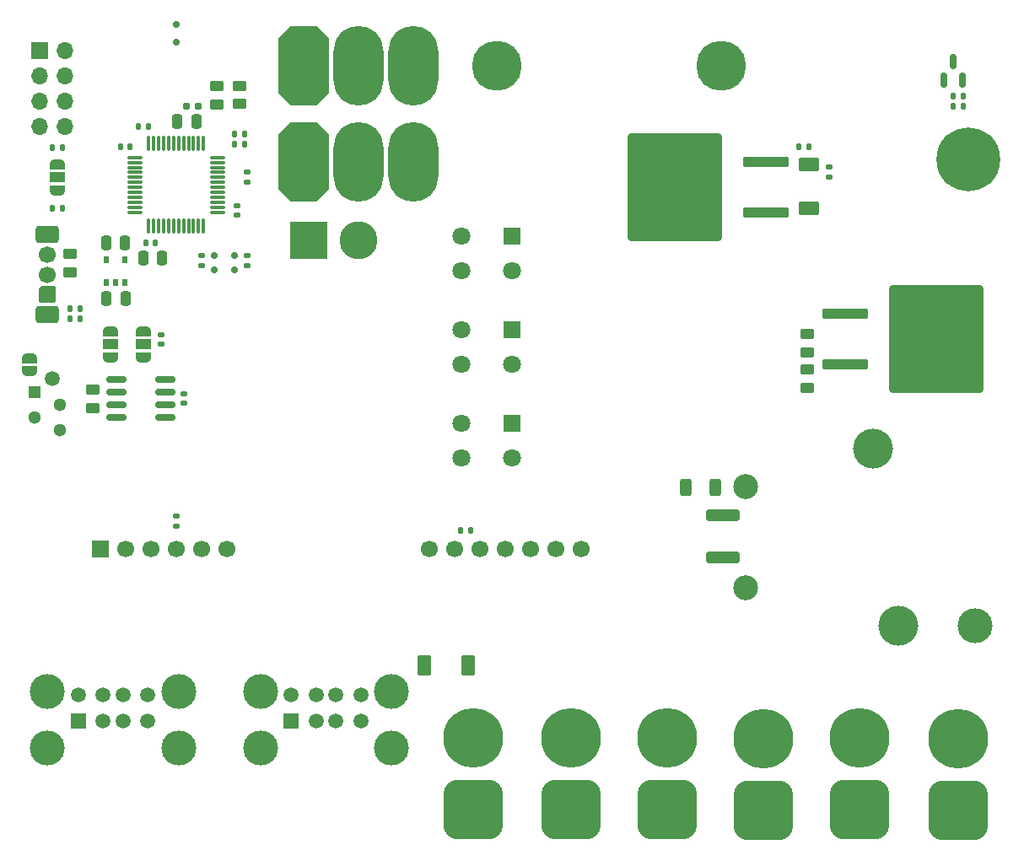
<source format=gbs>
G04 #@! TF.GenerationSoftware,KiCad,Pcbnew,8.0.3*
G04 #@! TF.CreationDate,2024-08-23T22:21:50+02:00*
G04 #@! TF.ProjectId,temp_power_management,74656d70-5f70-46f7-9765-725f6d616e61,rev?*
G04 #@! TF.SameCoordinates,Original*
G04 #@! TF.FileFunction,Soldermask,Bot*
G04 #@! TF.FilePolarity,Negative*
%FSLAX46Y46*%
G04 Gerber Fmt 4.6, Leading zero omitted, Abs format (unit mm)*
G04 Created by KiCad (PCBNEW 8.0.3) date 2024-08-23 22:21:50*
%MOMM*%
%LPD*%
G01*
G04 APERTURE LIST*
G04 Aperture macros list*
%AMRoundRect*
0 Rectangle with rounded corners*
0 $1 Rounding radius*
0 $2 $3 $4 $5 $6 $7 $8 $9 X,Y pos of 4 corners*
0 Add a 4 corners polygon primitive as box body*
4,1,4,$2,$3,$4,$5,$6,$7,$8,$9,$2,$3,0*
0 Add four circle primitives for the rounded corners*
1,1,$1+$1,$2,$3*
1,1,$1+$1,$4,$5*
1,1,$1+$1,$6,$7*
1,1,$1+$1,$8,$9*
0 Add four rect primitives between the rounded corners*
20,1,$1+$1,$2,$3,$4,$5,0*
20,1,$1+$1,$4,$5,$6,$7,0*
20,1,$1+$1,$6,$7,$8,$9,0*
20,1,$1+$1,$8,$9,$2,$3,0*%
%AMOutline5P*
0 Free polygon, 5 corners , with rotation*
0 The origin of the aperture is its center*
0 number of corners: always 5*
0 $1 to $10 corner X, Y*
0 $11 Rotation angle, in degrees counterclockwise*
0 create outline with 5 corners*
4,1,5,$1,$2,$3,$4,$5,$6,$7,$8,$9,$10,$1,$2,$11*%
%AMOutline6P*
0 Free polygon, 6 corners , with rotation*
0 The origin of the aperture is its center*
0 number of corners: always 6*
0 $1 to $12 corner X, Y*
0 $13 Rotation angle, in degrees counterclockwise*
0 create outline with 6 corners*
4,1,6,$1,$2,$3,$4,$5,$6,$7,$8,$9,$10,$11,$12,$1,$2,$13*%
%AMOutline7P*
0 Free polygon, 7 corners , with rotation*
0 The origin of the aperture is its center*
0 number of corners: always 7*
0 $1 to $14 corner X, Y*
0 $15 Rotation angle, in degrees counterclockwise*
0 create outline with 7 corners*
4,1,7,$1,$2,$3,$4,$5,$6,$7,$8,$9,$10,$11,$12,$13,$14,$1,$2,$15*%
%AMOutline8P*
0 Free polygon, 8 corners , with rotation*
0 The origin of the aperture is its center*
0 number of corners: always 8*
0 $1 to $16 corner X, Y*
0 $17 Rotation angle, in degrees counterclockwise*
0 create outline with 8 corners*
4,1,8,$1,$2,$3,$4,$5,$6,$7,$8,$9,$10,$11,$12,$13,$14,$15,$16,$1,$2,$17*%
%AMFreePoly0*
4,1,19,0.550000,-0.750000,0.000000,-0.750000,0.000000,-0.744911,-0.071157,-0.744911,-0.207708,-0.704816,-0.327430,-0.627875,-0.420627,-0.520320,-0.479746,-0.390866,-0.500000,-0.250000,-0.500000,0.250000,-0.479746,0.390866,-0.420627,0.520320,-0.327430,0.627875,-0.207708,0.704816,-0.071157,0.744911,0.000000,0.744911,0.000000,0.750000,0.550000,0.750000,0.550000,-0.750000,0.550000,-0.750000,
$1*%
%AMFreePoly1*
4,1,19,0.000000,0.744911,0.071157,0.744911,0.207708,0.704816,0.327430,0.627875,0.420627,0.520320,0.479746,0.390866,0.500000,0.250000,0.500000,-0.250000,0.479746,-0.390866,0.420627,-0.520320,0.327430,-0.627875,0.207708,-0.704816,0.071157,-0.744911,0.000000,-0.744911,0.000000,-0.750000,-0.550000,-0.750000,-0.550000,0.750000,0.000000,0.750000,0.000000,0.744911,0.000000,0.744911,
$1*%
%AMFreePoly2*
4,1,19,0.500000,-0.750000,0.000000,-0.750000,0.000000,-0.744911,-0.071157,-0.744911,-0.207708,-0.704816,-0.327430,-0.627875,-0.420627,-0.520320,-0.479746,-0.390866,-0.500000,-0.250000,-0.500000,0.250000,-0.479746,0.390866,-0.420627,0.520320,-0.327430,0.627875,-0.207708,0.704816,-0.071157,0.744911,0.000000,0.744911,0.000000,0.750000,0.500000,0.750000,0.500000,-0.750000,0.500000,-0.750000,
$1*%
%AMFreePoly3*
4,1,19,0.000000,0.744911,0.071157,0.744911,0.207708,0.704816,0.327430,0.627875,0.420627,0.520320,0.479746,0.390866,0.500000,0.250000,0.500000,-0.250000,0.479746,-0.390866,0.420627,-0.520320,0.327430,-0.627875,0.207708,-0.704816,0.071157,-0.744911,0.000000,-0.744911,0.000000,-0.750000,-0.500000,-0.750000,-0.500000,0.750000,0.000000,0.750000,0.000000,0.744911,0.000000,0.744911,
$1*%
%AMFreePoly4*
4,1,18,-0.850000,0.510000,-0.510000,0.850000,0.600000,0.850000,0.695671,0.830970,0.776777,0.776777,0.830970,0.695671,0.850000,0.600000,0.850000,-0.600000,0.830970,-0.695671,0.776777,-0.776777,0.695671,-0.830970,0.600000,-0.850000,-0.600000,-0.850000,-0.695671,-0.830970,-0.776777,-0.776777,-0.830970,-0.695671,-0.850000,-0.600000,-0.850000,0.510000,-0.850000,0.510000,$1*%
G04 Aperture macros list end*
%ADD10RoundRect,0.160000X-0.197500X-0.160000X0.197500X-0.160000X0.197500X0.160000X-0.197500X0.160000X0*%
%ADD11RoundRect,0.135000X-0.185000X0.135000X-0.185000X-0.135000X0.185000X-0.135000X0.185000X0.135000X0*%
%ADD12RoundRect,0.135000X-0.135000X-0.185000X0.135000X-0.185000X0.135000X0.185000X-0.135000X0.185000X0*%
%ADD13RoundRect,0.135000X0.135000X0.185000X-0.135000X0.185000X-0.135000X-0.185000X0.135000X-0.185000X0*%
%ADD14C,0.800000*%
%ADD15C,6.400000*%
%ADD16RoundRect,0.250000X0.450000X-0.262500X0.450000X0.262500X-0.450000X0.262500X-0.450000X-0.262500X0*%
%ADD17R,1.800000X1.800000*%
%ADD18C,1.800000*%
%ADD19C,2.500000*%
%ADD20C,4.000000*%
%ADD21C,3.500000*%
%ADD22R,3.800000X3.800000*%
%ADD23C,3.800000*%
%ADD24RoundRect,0.150000X0.150000X-0.587500X0.150000X0.587500X-0.150000X0.587500X-0.150000X-0.587500X0*%
%ADD25FreePoly0,270.000000*%
%ADD26R,1.500000X1.000000*%
%ADD27FreePoly1,270.000000*%
%ADD28C,5.000000*%
%ADD29RoundRect,0.150000X0.200000X-0.150000X0.200000X0.150000X-0.200000X0.150000X-0.200000X-0.150000X0*%
%ADD30RoundRect,0.250000X0.250000X0.475000X-0.250000X0.475000X-0.250000X-0.475000X0.250000X-0.475000X0*%
%ADD31RoundRect,1.500000X1.500000X-1.500000X1.500000X1.500000X-1.500000X1.500000X-1.500000X-1.500000X0*%
%ADD32C,6.000000*%
%ADD33RoundRect,0.250000X-0.450000X0.262500X-0.450000X-0.262500X0.450000X-0.262500X0.450000X0.262500X0*%
%ADD34RoundRect,0.250000X-2.050000X-0.300000X2.050000X-0.300000X2.050000X0.300000X-2.050000X0.300000X0*%
%ADD35RoundRect,0.250002X-4.449998X-5.149998X4.449998X-5.149998X4.449998X5.149998X-4.449998X5.149998X0*%
%ADD36R,1.500000X1.500000*%
%ADD37C,1.500000*%
%ADD38RoundRect,0.135000X0.185000X-0.135000X0.185000X0.135000X-0.185000X0.135000X-0.185000X-0.135000X0*%
%ADD39RoundRect,0.140000X-0.140000X-0.170000X0.140000X-0.170000X0.140000X0.170000X-0.140000X0.170000X0*%
%ADD40RoundRect,0.250000X1.450000X-0.312500X1.450000X0.312500X-1.450000X0.312500X-1.450000X-0.312500X0*%
%ADD41R,1.700000X1.700000*%
%ADD42O,1.700000X1.700000*%
%ADD43RoundRect,0.140000X0.170000X-0.140000X0.170000X0.140000X-0.170000X0.140000X-0.170000X-0.140000X0*%
%ADD44RoundRect,0.140000X-0.170000X0.140000X-0.170000X-0.140000X0.170000X-0.140000X0.170000X0.140000X0*%
%ADD45FreePoly2,90.000000*%
%ADD46FreePoly3,90.000000*%
%ADD47RoundRect,2.500000X-0.000010X-1.500000X0.000010X-1.500000X0.000010X1.500000X-0.000010X1.500000X0*%
%ADD48RoundRect,2.500000X0.000010X-1.500000X0.000010X1.500000X-0.000010X1.500000X-0.000010X-1.500000X0*%
%ADD49Outline8P,-2.500000X2.750000X-1.250000X4.000000X1.250000X4.000000X2.500000X2.750000X2.500000X-2.750000X1.250000X-4.000000X-1.250000X-4.000000X-2.500000X-2.750000X0.000000*%
%ADD50RoundRect,0.140000X0.140000X0.170000X-0.140000X0.170000X-0.140000X-0.170000X0.140000X-0.170000X0*%
%ADD51R,0.510000X0.700000*%
%ADD52C,0.700000*%
%ADD53RoundRect,0.250000X-0.250000X-0.475000X0.250000X-0.475000X0.250000X0.475000X-0.250000X0.475000X0*%
%ADD54RoundRect,0.250000X0.800000X-0.450000X0.800000X0.450000X-0.800000X0.450000X-0.800000X-0.450000X0*%
%ADD55RoundRect,0.150000X0.825000X0.150000X-0.825000X0.150000X-0.825000X-0.150000X0.825000X-0.150000X0*%
%ADD56RoundRect,0.250000X0.450000X0.800000X-0.450000X0.800000X-0.450000X-0.800000X0.450000X-0.800000X0*%
%ADD57R,1.300000X1.300000*%
%ADD58C,1.300000*%
%ADD59FreePoly0,90.000000*%
%ADD60FreePoly1,90.000000*%
%ADD61RoundRect,0.250000X2.050000X0.300000X-2.050000X0.300000X-2.050000X-0.300000X2.050000X-0.300000X0*%
%ADD62RoundRect,0.250002X4.449998X5.149998X-4.449998X5.149998X-4.449998X-5.149998X4.449998X-5.149998X0*%
%ADD63FreePoly4,0.000000*%
%ADD64C,1.700000*%
%ADD65RoundRect,0.250000X-0.900000X-0.600000X0.900000X-0.600000X0.900000X0.600000X-0.900000X0.600000X0*%
%ADD66RoundRect,0.250000X-0.312500X-0.625000X0.312500X-0.625000X0.312500X0.625000X-0.312500X0.625000X0*%
%ADD67RoundRect,0.075000X-0.075000X0.662500X-0.075000X-0.662500X0.075000X-0.662500X0.075000X0.662500X0*%
%ADD68RoundRect,0.075000X-0.662500X0.075000X-0.662500X-0.075000X0.662500X-0.075000X0.662500X0.075000X0*%
G04 APERTURE END LIST*
D10*
X116586000Y-67818000D03*
X117781000Y-67818000D03*
D11*
X181102000Y-73910000D03*
X181102000Y-74930000D03*
D12*
X121408000Y-71628000D03*
X122428000Y-71628000D03*
D13*
X122426000Y-70612000D03*
X121406000Y-70612000D03*
D14*
X192672000Y-73152000D03*
X193374944Y-71454944D03*
X193374944Y-74849056D03*
X195072000Y-70752000D03*
D15*
X195072000Y-73152000D03*
D14*
X195072000Y-75552000D03*
X196769056Y-71454944D03*
X196769056Y-74849056D03*
X197472000Y-73152000D03*
D13*
X105920000Y-88138000D03*
X104900000Y-88138000D03*
D12*
X104900000Y-89154000D03*
X105920000Y-89154000D03*
D16*
X119634000Y-67611000D03*
X119634000Y-65786000D03*
X121920000Y-67564000D03*
X121920000Y-65739000D03*
D17*
X149240000Y-80833000D03*
D18*
X144240000Y-80833000D03*
X149240000Y-84333000D03*
X144240000Y-84333000D03*
D19*
X172694000Y-105949000D03*
X172694000Y-116149000D03*
D20*
X188094000Y-119949000D03*
D21*
X195794000Y-119949000D03*
D20*
X185554000Y-102169000D03*
D22*
X128858000Y-81280000D03*
D23*
X133858000Y-81280000D03*
D24*
X194498000Y-65199500D03*
X192598000Y-65199500D03*
X193548000Y-63324500D03*
D12*
X103122000Y-78008000D03*
X104142000Y-78008000D03*
D16*
X104902000Y-84478500D03*
X104902000Y-82653500D03*
D25*
X103632000Y-73630000D03*
D26*
X103632000Y-74930000D03*
D27*
X103632000Y-76230000D03*
D28*
X147754000Y-63754000D03*
X170254000Y-63754000D03*
D29*
X119380000Y-82804000D03*
X119380000Y-84204000D03*
D30*
X117602000Y-69342000D03*
X115702000Y-69342000D03*
D31*
X145415000Y-138430000D03*
D32*
X145415000Y-131230000D03*
D12*
X103120000Y-71912000D03*
X104140000Y-71912000D03*
D33*
X178925000Y-90678000D03*
X178925000Y-92503000D03*
D17*
X149240000Y-90231000D03*
D18*
X144240000Y-90231000D03*
X149240000Y-93731000D03*
X144240000Y-93731000D03*
D34*
X182735000Y-93726000D03*
D35*
X191885000Y-91186000D03*
D34*
X182735000Y-88646000D03*
D36*
X105736000Y-129540000D03*
D37*
X108236000Y-129540000D03*
X110236000Y-129540000D03*
X112736000Y-129540000D03*
X105736000Y-126920000D03*
X108236000Y-126920000D03*
X110236000Y-126920000D03*
X112736000Y-126920000D03*
D21*
X102666000Y-132250000D03*
X115806000Y-132250000D03*
X102666000Y-126570000D03*
X115806000Y-126570000D03*
D38*
X122682000Y-83822000D03*
X122682000Y-82802000D03*
D39*
X112550000Y-81534000D03*
X113510000Y-81534000D03*
D40*
X170434000Y-108860500D03*
X170434000Y-113135500D03*
D41*
X101849000Y-62240000D03*
D42*
X104389000Y-62240000D03*
X101849000Y-64780000D03*
X104389000Y-64780000D03*
X101849000Y-67320000D03*
X104389000Y-67320000D03*
X101849000Y-69860000D03*
X104389000Y-69860000D03*
D30*
X110424000Y-81534000D03*
X108524000Y-81534000D03*
D31*
X174498000Y-138474000D03*
D32*
X174498000Y-131274000D03*
D31*
X194056000Y-138518000D03*
D32*
X194056000Y-131318000D03*
D43*
X121666000Y-78712000D03*
X121666000Y-77752000D03*
D29*
X121412000Y-82804000D03*
X121412000Y-84204000D03*
D44*
X114046000Y-90706000D03*
X114046000Y-91666000D03*
D45*
X100838000Y-94376000D03*
D46*
X100838000Y-93076000D03*
D11*
X122682000Y-74420000D03*
X122682000Y-75440000D03*
D31*
X184150000Y-138430000D03*
D32*
X184150000Y-131230000D03*
D47*
X139358000Y-73406000D03*
D48*
X133858000Y-73406000D03*
D49*
X128358000Y-73406000D03*
D11*
X115570000Y-108966000D03*
X115570000Y-109986000D03*
D33*
X107188000Y-96266000D03*
X107188000Y-98091000D03*
D50*
X110970000Y-71882000D03*
X110010000Y-71882000D03*
D25*
X112268000Y-90394000D03*
D26*
X112268000Y-91694000D03*
D27*
X112268000Y-92994000D03*
D36*
X127112000Y-129540000D03*
D37*
X129612000Y-129540000D03*
X131612000Y-129540000D03*
X134112000Y-129540000D03*
X127112000Y-126920000D03*
X129612000Y-126920000D03*
X131612000Y-126920000D03*
X134112000Y-126920000D03*
D21*
X124042000Y-132250000D03*
X137182000Y-132250000D03*
X124042000Y-126570000D03*
X137182000Y-126570000D03*
D51*
X110424000Y-85488000D03*
X109474000Y-85488000D03*
X108524000Y-85488000D03*
X108524000Y-83168000D03*
X110424000Y-83168000D03*
D13*
X194564000Y-67818000D03*
X193544000Y-67818000D03*
D49*
X128358000Y-63754000D03*
D48*
X133858000Y-63754000D03*
D47*
X139358000Y-63754000D03*
D52*
X115570000Y-61352000D03*
X115570000Y-59552000D03*
D12*
X193544000Y-66802000D03*
X194564000Y-66802000D03*
D30*
X110490000Y-87122000D03*
X108590000Y-87122000D03*
D53*
X112268000Y-83058000D03*
X114168000Y-83058000D03*
D31*
X164846000Y-138430000D03*
D32*
X164846000Y-131230000D03*
D54*
X179070000Y-78060000D03*
X179070000Y-73660000D03*
D55*
X114489000Y-95250000D03*
X114489000Y-96520000D03*
X114489000Y-97790000D03*
X114489000Y-99060000D03*
X109539000Y-99060000D03*
X109539000Y-97790000D03*
X109539000Y-96520000D03*
X109539000Y-95250000D03*
D50*
X112776000Y-69850000D03*
X111816000Y-69850000D03*
D56*
X144862000Y-123952000D03*
X140462000Y-123952000D03*
D33*
X178925000Y-94234000D03*
X178925000Y-96059000D03*
D37*
X103146000Y-95120000D03*
D57*
X101346000Y-96520000D03*
D58*
X103886000Y-97790000D03*
X101346000Y-99060000D03*
X103886000Y-100330000D03*
D12*
X144080000Y-110420000D03*
X145100000Y-110420000D03*
D17*
X149240000Y-99629000D03*
D18*
X144240000Y-99629000D03*
X149240000Y-103129000D03*
X144240000Y-103129000D03*
D59*
X108966000Y-92994000D03*
D26*
X108966000Y-91694000D03*
D60*
X108966000Y-90394000D03*
D61*
X174758000Y-73406000D03*
D62*
X165608000Y-75946000D03*
D61*
X174758000Y-78486000D03*
D12*
X178050000Y-71882000D03*
X179070000Y-71882000D03*
D32*
X155194000Y-131230000D03*
D31*
X155194000Y-138430000D03*
D44*
X116332000Y-96672740D03*
X116332000Y-97632740D03*
D63*
X102616000Y-86702000D03*
D64*
X102616000Y-84702000D03*
X102616000Y-82702000D03*
D65*
X102616000Y-80702000D03*
X102616000Y-88702000D03*
D66*
X169672000Y-106066500D03*
X166747000Y-106066500D03*
D67*
X112820000Y-71529500D03*
X113320000Y-71529500D03*
X113820000Y-71529500D03*
X114320000Y-71529500D03*
X114820000Y-71529500D03*
X115320000Y-71529500D03*
X115820000Y-71529500D03*
X116320000Y-71529500D03*
X116820000Y-71529500D03*
X117320000Y-71529500D03*
X117820000Y-71529500D03*
X118320000Y-71529500D03*
D68*
X119732500Y-72942000D03*
X119732500Y-73442000D03*
X119732500Y-73942000D03*
X119732500Y-74442000D03*
X119732500Y-74942000D03*
X119732500Y-75442000D03*
X119732500Y-75942000D03*
X119732500Y-76442000D03*
X119732500Y-76942000D03*
X119732500Y-77442000D03*
X119732500Y-77942000D03*
X119732500Y-78442000D03*
D67*
X118320000Y-79854500D03*
X117820000Y-79854500D03*
X117320000Y-79854500D03*
X116820000Y-79854500D03*
X116320000Y-79854500D03*
X115820000Y-79854500D03*
X115320000Y-79854500D03*
X114820000Y-79854500D03*
X114320000Y-79854500D03*
X113820000Y-79854500D03*
X113320000Y-79854500D03*
X112820000Y-79854500D03*
D68*
X111407500Y-78442000D03*
X111407500Y-77942000D03*
X111407500Y-77442000D03*
X111407500Y-76942000D03*
X111407500Y-76442000D03*
X111407500Y-75942000D03*
X111407500Y-75442000D03*
X111407500Y-74942000D03*
X111407500Y-74442000D03*
X111407500Y-73942000D03*
X111407500Y-73442000D03*
X111407500Y-72942000D03*
D41*
X107950000Y-112268000D03*
D64*
X110490000Y-112268000D03*
X113030000Y-112268000D03*
X115570000Y-112268000D03*
X118110000Y-112268000D03*
X120650000Y-112268000D03*
X140970000Y-112268000D03*
X143510000Y-112268000D03*
X146050000Y-112268000D03*
X148590000Y-112268000D03*
X151130000Y-112268000D03*
X153670000Y-112268000D03*
X156210000Y-112268000D03*
D38*
X118110000Y-83824000D03*
X118110000Y-82804000D03*
M02*

</source>
